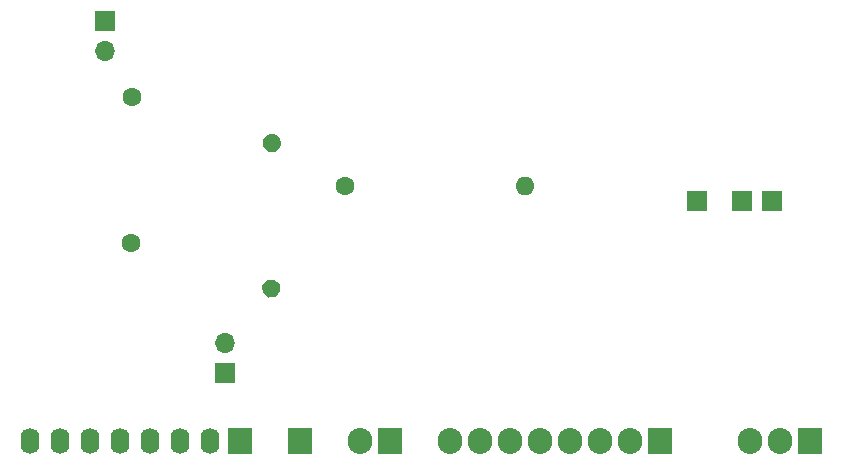
<source format=gbr>
G04 #@! TF.GenerationSoftware,KiCad,Pcbnew,(5.1.8)-1*
G04 #@! TF.CreationDate,2024-01-21T21:12:21+03:00*
G04 #@! TF.ProjectId,Reg,5265672e-6b69-4636-9164-5f7063625858,rev?*
G04 #@! TF.SameCoordinates,Original*
G04 #@! TF.FileFunction,Soldermask,Bot*
G04 #@! TF.FilePolarity,Negative*
%FSLAX46Y46*%
G04 Gerber Fmt 4.6, Leading zero omitted, Abs format (unit mm)*
G04 Created by KiCad (PCBNEW (5.1.8)-1) date 2024-01-21 21:12:21*
%MOMM*%
%LPD*%
G01*
G04 APERTURE LIST*
%ADD10R,1.700000X1.700000*%
%ADD11O,1.600000X1.600000*%
%ADD12C,1.600000*%
%ADD13R,2.100000X2.200000*%
%ADD14O,1.600000X2.200000*%
%ADD15O,2.100000X2.200000*%
%ADD16O,1.700000X1.700000*%
G04 APERTURE END LIST*
D10*
X113665000Y-33020000D03*
X109855000Y-33020000D03*
X116205000Y-33020000D03*
D11*
X95250000Y-31750000D03*
D12*
X80010000Y-31750000D03*
G36*
G01*
X73039861Y-40191498D02*
X73039861Y-40191498D01*
G75*
G02*
X74047920Y-39677867I760845J-247214D01*
G01*
X74047920Y-39677867D01*
G75*
G02*
X74561551Y-40685926I-247214J-760845D01*
G01*
X74561551Y-40685926D01*
G75*
G02*
X73553492Y-41199557I-760845J247214D01*
G01*
X73553492Y-41199557D01*
G75*
G02*
X73039861Y-40191498I247214J760845D01*
G01*
G37*
X61912500Y-36576000D03*
G36*
G01*
X73103361Y-27872498D02*
X73103361Y-27872498D01*
G75*
G02*
X74111420Y-27358867I760845J-247214D01*
G01*
X74111420Y-27358867D01*
G75*
G02*
X74625051Y-28366926I-247214J-760845D01*
G01*
X74625051Y-28366926D01*
G75*
G02*
X73616992Y-28880557I-760845J247214D01*
G01*
X73616992Y-28880557D01*
G75*
G02*
X73103361Y-27872498I247214J760845D01*
G01*
G37*
X61976000Y-24257000D03*
D13*
X71120000Y-53340000D03*
D14*
X68580000Y-53340000D03*
X66040000Y-53340000D03*
X63500000Y-53340000D03*
X60960000Y-53340000D03*
X58420000Y-53340000D03*
X55880000Y-53340000D03*
X53340000Y-53340000D03*
D15*
X88900000Y-53340000D03*
X91440000Y-53340000D03*
X93980000Y-53340000D03*
X96520000Y-53340000D03*
X99060000Y-53340000D03*
X101600000Y-53340000D03*
X104140000Y-53340000D03*
D13*
X106680000Y-53340000D03*
X83820000Y-53340000D03*
D15*
X81280000Y-53340000D03*
D13*
X119380000Y-53340000D03*
D15*
X116840000Y-53340000D03*
X114300000Y-53340000D03*
D16*
X59690000Y-20320000D03*
D10*
X59690000Y-17780000D03*
X69850000Y-47625000D03*
D16*
X69850000Y-45085000D03*
D13*
X76200000Y-53340000D03*
M02*

</source>
